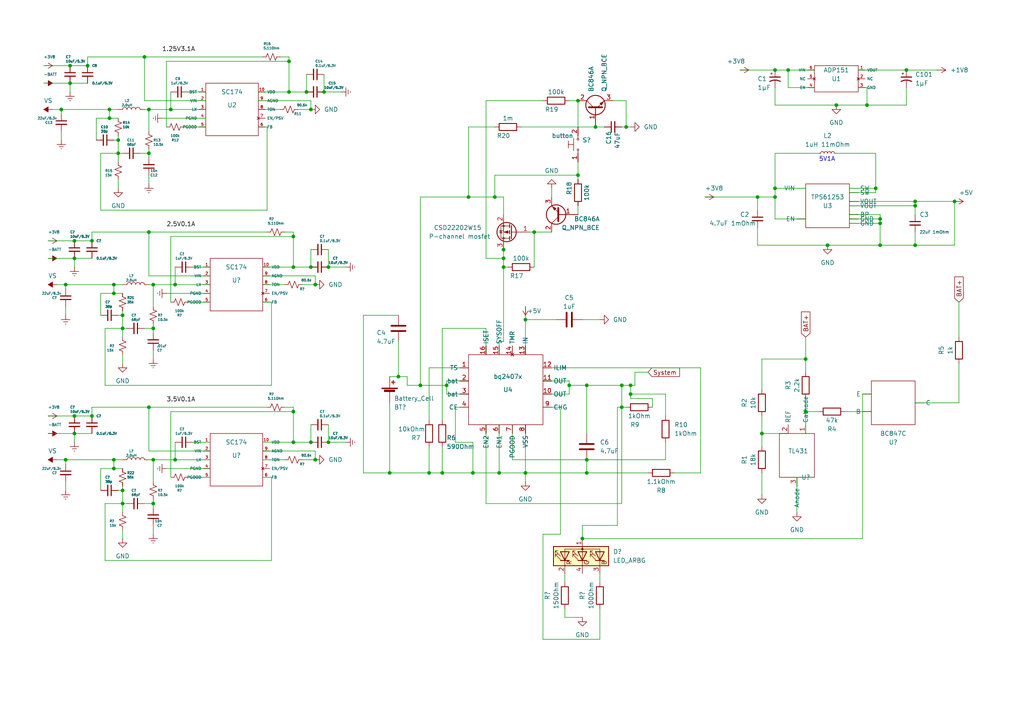
<source format=kicad_sch>
(kicad_sch (version 20211123) (generator eeschema)
  (paper "A4")
  (junction (at 115.57 109.22))
  (junction (at 50.8 133.35))
  (junction (at 265.43 59.69))
  (junction (at 265.43 71.12))
  (junction (at 43.18 31.75))
  (junction (at 170.18 133.35))
  (junction (at 167.64 50.8))
  (junction (at 255.27 71.12))
  (junction (at 85.09 119.38))
  (junction (at 20.32 24.13))
  (junction (at 49.53 31.75))
  (junction (at 181.61 36.83))
  (junction (at 165.1 111.76))
  (junction (at 129.54 111.76))
  (junction (at 33.02 85.09))
  (junction (at 26.67 69.85))
  (junction (at 91.44 133.35))
  (junction (at 85.09 128.27))
  (junction (at 34.29 40.64))
  (junction (at 21.59 74.93))
  (junction (at 242.57 30.48))
  (junction (at 88.9 26.67))
  (junction (at 85.09 77.47))
  (junction (at 170.18 137.16))
  (junction (at 240.03 71.12))
  (junction (at 152.4 92.71))
  (junction (at 233.68 119.38))
  (junction (at 90.17 128.27))
  (junction (at 41.91 16.51))
  (junction (at 90.17 31.75))
  (junction (at 135.89 57.15))
  (junction (at 21.59 69.85))
  (junction (at 172.72 36.83))
  (junction (at 182.88 111.76))
  (junction (at 146.05 74.93))
  (junction (at 224.79 57.15))
  (junction (at 124.46 137.16))
  (junction (at 44.45 82.55))
  (junction (at 113.03 137.16))
  (junction (at 19.05 133.35))
  (junction (at 168.91 156.21))
  (junction (at 83.82 17.78))
  (junction (at 33.02 135.89))
  (junction (at 254 54.61))
  (junction (at 17.78 31.75))
  (junction (at 146.05 72.39))
  (junction (at 224.79 54.61))
  (junction (at 35.56 142.24))
  (junction (at 44.45 133.35))
  (junction (at 121.92 111.76))
  (junction (at 31.75 31.75))
  (junction (at 35.56 95.25))
  (junction (at 35.56 146.05))
  (junction (at 43.18 44.45))
  (junction (at 90.17 77.47))
  (junction (at 95.25 77.47))
  (junction (at 21.59 120.65))
  (junction (at 219.71 57.15))
  (junction (at 255.27 64.77))
  (junction (at 35.56 91.44))
  (junction (at 33.02 133.35))
  (junction (at 180.34 118.11))
  (junction (at 20.32 19.05))
  (junction (at 25.4 19.05))
  (junction (at 21.59 125.73))
  (junction (at 228.6 20.32))
  (junction (at 95.25 128.27))
  (junction (at 128.27 137.16))
  (junction (at 144.78 137.16))
  (junction (at 50.8 82.55))
  (junction (at 255.27 63.5))
  (junction (at 152.4 137.16))
  (junction (at 265.43 58.42))
  (junction (at 224.79 20.32))
  (junction (at 154.94 67.31))
  (junction (at 44.45 95.25))
  (junction (at 143.51 57.15))
  (junction (at 220.98 125.73))
  (junction (at 167.64 29.21))
  (junction (at 91.44 82.55))
  (junction (at 33.02 82.55))
  (junction (at 44.45 146.05))
  (junction (at 83.82 26.67))
  (junction (at 43.18 67.31))
  (junction (at 262.89 20.32))
  (junction (at 251.46 30.48))
  (junction (at 170.18 111.76))
  (junction (at 276.86 58.42))
  (junction (at 93.98 26.67))
  (junction (at 31.75 34.29))
  (junction (at 233.68 104.14))
  (junction (at 19.05 82.55))
  (junction (at 34.29 44.45))
  (junction (at 26.67 120.65))
  (junction (at 182.88 114.3))
  (junction (at 43.18 118.11))
  (junction (at 146.05 77.47))
  (junction (at 180.34 111.76))
  (junction (at 137.16 137.16))
  (junction (at 85.09 68.58))
  (wire (pts (xy 35.56 146.05) (xy 35.56 148.59)))
  (wire (pts (xy 44.45 82.55) (xy 44.45 88.9)))
  (wire (pts (xy 76.2 77.47) (xy 85.09 77.47)))
  (wire (pts (xy 152.4 88.9) (xy 152.4 92.71)))
  (wire (pts (xy 228.6 20.32) (xy 236.22 20.32)))
  (wire (pts (xy 170.18 133.35) (xy 193.04 133.35)))
  (wire (pts (xy 17.78 31.75) (xy 31.75 31.75)))
  (wire (pts (xy 157.48 110.49) (xy 165.1 110.49)))
  (wire (pts (xy 165.1 114.3) (xy 157.48 114.3)))
  (wire (pts (xy 20.32 24.13) (xy 20.32 26.67)))
  (wire (pts (xy 121.92 57.15) (xy 135.89 57.15)))
  (wire (pts (xy 76.2 130.81) (xy 91.44 130.81)))
  (wire (pts (xy 165.1 111.76) (xy 170.18 111.76)))
  (wire (pts (xy 152.4 139.7) (xy 152.4 137.16)))
  (wire (pts (xy 60.96 80.01) (xy 43.18 80.01)))
  (wire (pts (xy 34.29 52.07) (xy 34.29 54.61)))
  (wire (pts (xy 220.98 137.16) (xy 220.98 143.51)))
  (wire (pts (xy 162.56 118.11) (xy 162.56 154.94)))
  (wire (pts (xy 50.8 133.35) (xy 60.96 133.35)))
  (wire (pts (xy 43.18 118.11) (xy 77.47 118.11)))
  (wire (pts (xy 50.8 77.47) (xy 50.8 82.55)))
  (wire (pts (xy 168.91 92.71) (xy 173.99 92.71)))
  (wire (pts (xy 87.63 82.55) (xy 91.44 82.55)))
  (wire (pts (xy 21.59 69.85) (xy 26.67 69.85)))
  (wire (pts (xy 157.48 154.94) (xy 157.48 185.42)))
  (wire (pts (xy 82.55 118.11) (xy 85.09 118.11)))
  (wire (pts (xy 129.54 110.49) (xy 129.54 111.76)))
  (wire (pts (xy 35.56 140.97) (xy 35.56 142.24)))
  (wire (pts (xy 43.18 43.18) (xy 43.18 44.45)))
  (wire (pts (xy 152.4 123.19) (xy 152.4 137.16)))
  (wire (pts (xy 40.64 44.45) (xy 43.18 44.45)))
  (wire (pts (xy 193.04 133.35) (xy 193.04 128.27)))
  (wire (pts (xy 128.27 137.16) (xy 137.16 137.16)))
  (wire (pts (xy 21.59 125.73) (xy 26.67 125.73)))
  (wire (pts (xy 76.2 138.43) (xy 78.74 138.43)))
  (wire (pts (xy 181.61 36.83) (xy 182.88 36.83)))
  (wire (pts (xy 44.45 133.35) (xy 44.45 139.7)))
  (wire (pts (xy 224.79 54.61) (xy 224.79 57.15)))
  (wire (pts (xy 154.94 67.31) (xy 160.02 67.31)))
  (wire (pts (xy 93.98 26.67) (xy 99.06 26.67)))
  (wire (pts (xy 144.78 123.19) (xy 144.78 137.16)))
  (wire (pts (xy 228.6 25.4) (xy 228.6 20.32)))
  (wire (pts (xy 132.08 128.27) (xy 137.16 128.27)))
  (wire (pts (xy 265.43 59.69) (xy 265.43 62.23)))
  (wire (pts (xy 74.93 26.67) (xy 83.82 26.67)))
  (wire (pts (xy 163.83 166.37) (xy 163.83 168.91)))
  (wire (pts (xy 157.48 29.21) (xy 140.97 29.21)))
  (wire (pts (xy 34.29 39.37) (xy 34.29 40.64)))
  (wire (pts (xy 19.05 133.35) (xy 33.02 133.35)))
  (wire (pts (xy 41.91 95.25) (xy 44.45 95.25)))
  (wire (pts (xy 25.4 16.51) (xy 41.91 16.51)))
  (wire (pts (xy 88.9 21.59) (xy 88.9 26.67)))
  (wire (pts (xy 236.22 25.4) (xy 228.6 25.4)))
  (wire (pts (xy 157.48 106.68) (xy 203.2 106.68)))
  (wire (pts (xy 146.05 72.39) (xy 146.05 63.5)))
  (wire (pts (xy 54.61 87.63) (xy 60.96 87.63)))
  (wire (pts (xy 85.09 68.58) (xy 85.09 77.47)))
  (wire (pts (xy 224.79 44.45) (xy 224.79 54.61)))
  (wire (pts (xy 233.68 97.79) (xy 233.68 104.14)))
  (wire (pts (xy 248.92 25.4) (xy 251.46 25.4)))
  (wire (pts (xy 26.67 67.31) (xy 43.18 67.31)))
  (wire (pts (xy 265.43 58.42) (xy 265.43 59.69)))
  (wire (pts (xy 137.16 128.27) (xy 137.16 137.16)))
  (wire (pts (xy 262.89 20.32) (xy 271.78 20.32)))
  (wire (pts (xy 13.97 125.73) (xy 21.59 125.73)))
  (wire (pts (xy 27.94 40.64) (xy 27.94 34.29)))
  (wire (pts (xy 85.09 119.38) (xy 85.09 128.27)))
  (wire (pts (xy 135.89 36.83) (xy 135.89 57.15)))
  (wire (pts (xy 17.78 31.75) (xy 17.78 33.02)))
  (wire (pts (xy 146.05 77.47) (xy 147.32 77.47)))
  (wire (pts (xy 17.78 38.1) (xy 17.78 40.64)))
  (wire (pts (xy 180.34 111.76) (xy 180.34 118.11)))
  (wire (pts (xy 152.4 137.16) (xy 170.18 137.16)))
  (wire (pts (xy 219.71 60.96) (xy 219.71 57.15)))
  (wire (pts (xy 180.34 111.76) (xy 182.88 111.76)))
  (wire (pts (xy 184.15 107.95) (xy 187.96 107.95)))
  (wire (pts (xy 35.56 95.25) (xy 35.56 97.79)))
  (wire (pts (xy 35.56 153.67) (xy 35.56 156.21)))
  (wire (pts (xy 12.7 19.05) (xy 20.32 19.05)))
  (wire (pts (xy 245.11 119.38) (xy 252.73 119.38)))
  (wire (pts (xy 93.98 21.59) (xy 93.98 26.67)))
  (wire (pts (xy 49.53 31.75) (xy 59.69 31.75)))
  (wire (pts (xy 167.64 50.8) (xy 143.51 50.8)))
  (wire (pts (xy 49.53 68.58) (xy 85.09 68.58)))
  (wire (pts (xy 124.46 106.68) (xy 124.46 121.92)))
  (wire (pts (xy 129.54 111.76) (xy 129.54 114.3)))
  (wire (pts (xy 26.67 69.85) (xy 26.67 67.31)))
  (wire (pts (xy 77.47 60.96) (xy 29.21 60.96)))
  (wire (pts (xy 43.18 130.81) (xy 43.18 118.11)))
  (wire (pts (xy 124.46 137.16) (xy 128.27 137.16)))
  (wire (pts (xy 242.57 30.48) (xy 251.46 30.48)))
  (wire (pts (xy 146.05 77.47) (xy 146.05 99.06)))
  (wire (pts (xy 165.1 29.21) (xy 167.64 29.21)))
  (wire (pts (xy 49.53 119.38) (xy 85.09 119.38)))
  (wire (pts (xy 35.56 91.44) (xy 34.29 91.44)))
  (wire (pts (xy 146.05 62.23) (xy 146.05 57.15)))
  (wire (pts (xy 25.4 19.05) (xy 25.4 16.51)))
  (wire (pts (xy 140.97 146.05) (xy 180.34 146.05)))
  (wire (pts (xy 13.97 69.85) (xy 21.59 69.85)))
  (wire (pts (xy 13.97 120.65) (xy 21.59 120.65)))
  (wire (pts (xy 77.47 36.83) (xy 77.47 60.96)))
  (wire (pts (xy 246.38 58.42) (xy 265.43 58.42)))
  (wire (pts (xy 167.64 50.8) (xy 167.64 46.99)))
  (wire (pts (xy 85.09 77.47) (xy 90.17 77.47)))
  (wire (pts (xy 231.14 138.43) (xy 231.14 148.59)))
  (wire (pts (xy 255.27 63.5) (xy 255.27 64.77)))
  (wire (pts (xy 179.07 118.11) (xy 179.07 152.4)))
  (wire (pts (xy 44.45 95.25) (xy 44.45 96.52)))
  (wire (pts (xy 224.79 63.5) (xy 233.68 63.5)))
  (wire (pts (xy 44.45 146.05) (xy 44.45 147.32)))
  (wire (pts (xy 157.48 118.11) (xy 162.56 118.11)))
  (wire (pts (xy 48.26 17.78) (xy 83.82 17.78)))
  (wire (pts (xy 233.68 104.14) (xy 233.68 107.95)))
  (wire (pts (xy 44.45 133.35) (xy 50.8 133.35)))
  (wire (pts (xy 35.56 44.45) (xy 34.29 44.45)))
  (wire (pts (xy 276.86 71.12) (xy 265.43 71.12)))
  (wire (pts (xy 48.26 135.89) (xy 60.96 135.89)))
  (wire (pts (xy 182.88 115.57) (xy 182.88 114.3)))
  (wire (pts (xy 20.32 19.05) (xy 25.4 19.05)))
  (wire (pts (xy 20.32 24.13) (xy 25.4 24.13)))
  (wire (pts (xy 165.1 110.49) (xy 165.1 111.76)))
  (wire (pts (xy 78.74 111.76) (xy 30.48 111.76)))
  (wire (pts (xy 181.61 29.21) (xy 181.61 36.83)))
  (wire (pts (xy 140.97 95.25) (xy 128.27 95.25)))
  (wire (pts (xy 33.02 82.55) (xy 33.02 85.09)))
  (wire (pts (xy 31.75 34.29) (xy 34.29 34.29)))
  (wire (pts (xy 152.4 92.71) (xy 152.4 102.87)))
  (wire (pts (xy 29.21 60.96) (xy 29.21 44.45)))
  (wire (pts (xy 233.68 54.61) (xy 224.79 54.61)))
  (wire (pts (xy 181.61 118.11) (xy 180.34 118.11)))
  (wire (pts (xy 246.38 59.69) (xy 265.43 59.69)))
  (wire (pts (xy 184.15 111.76) (xy 184.15 107.95)))
  (wire (pts (xy 233.68 119.38) (xy 233.68 125.73)))
  (wire (pts (xy 19.05 139.7) (xy 19.05 142.24)))
  (wire (pts (xy 124.46 106.68) (xy 135.89 106.68)))
  (wire (pts (xy 87.63 133.35) (xy 91.44 133.35)))
  (wire (pts (xy 143.51 50.8) (xy 143.51 57.15)))
  (wire (pts (xy 44.45 93.98) (xy 44.45 95.25)))
  (wire (pts (xy 105.41 137.16) (xy 113.03 137.16)))
  (wire (pts (xy 49.53 26.67) (xy 49.53 31.75)))
  (wire (pts (xy 44.45 82.55) (xy 50.8 82.55)))
  (wire (pts (xy 246.38 55.88) (xy 254 55.88)))
  (wire (pts (xy 220.98 104.14) (xy 233.68 104.14)))
  (wire (pts (xy 43.18 80.01) (xy 43.18 67.31)))
  (wire (pts (xy 49.53 87.63) (xy 49.53 68.58)))
  (wire (pts (xy 33.02 135.89) (xy 35.56 135.89)))
  (wire (pts (xy 265.43 67.31) (xy 265.43 71.12)))
  (wire (pts (xy 140.97 102.87) (xy 140.97 95.25)))
  (wire (pts (xy 179.07 118.11) (xy 180.34 118.11)))
  (wire (pts (xy 19.05 82.55) (xy 33.02 82.55)))
  (wire (pts (xy 115.57 99.06) (xy 115.57 109.22)))
  (wire (pts (xy 170.18 133.35) (xy 170.18 137.16)))
  (wire (pts (xy 12.7 24.13) (xy 20.32 24.13)))
  (wire (pts (xy 276.86 58.42) (xy 276.86 71.12)))
  (wire (pts (xy 189.23 115.57) (xy 182.88 115.57)))
  (wire (pts (xy 137.16 137.16) (xy 144.78 137.16)))
  (wire (pts (xy 19.05 133.35) (xy 19.05 134.62)))
  (wire (pts (xy 219.71 66.04) (xy 219.71 71.12)))
  (wire (pts (xy 16.51 133.35) (xy 19.05 133.35)))
  (wire (pts (xy 148.59 133.35) (xy 170.18 133.35)))
  (wire (pts (xy 16.51 82.55) (xy 19.05 82.55)))
  (wire (pts (xy 146.05 74.93) (xy 146.05 72.39)))
  (wire (pts (xy 59.69 29.21) (xy 41.91 29.21)))
  (wire (pts (xy 29.21 85.09) (xy 33.02 85.09)))
  (wire (pts (xy 49.53 138.43) (xy 49.53 119.38)))
  (wire (pts (xy 135.89 110.49) (xy 129.54 110.49)))
  (wire (pts (xy 29.21 44.45) (xy 34.29 44.45)))
  (wire (pts (xy 182.88 114.3) (xy 182.88 111.76)))
  (wire (pts (xy 83.82 17.78) (xy 83.82 26.67)))
  (wire (pts (xy 43.18 31.75) (xy 41.91 31.75)))
  (wire (pts (xy 95.25 72.39) (xy 95.25 77.47)))
  (wire (pts (xy 30.48 111.76) (xy 30.48 95.25)))
  (wire (pts (xy 44.45 133.35) (xy 43.18 133.35)))
  (wire (pts (xy 115.57 109.22) (xy 113.03 109.22)))
  (wire (pts (xy 167.64 29.21) (xy 167.64 36.83)))
  (wire (pts (xy 83.82 16.51) (xy 83.82 17.78)))
  (wire (pts (xy 48.26 36.83) (xy 48.26 17.78)))
  (wire (pts (xy 21.59 74.93) (xy 26.67 74.93)))
  (wire (pts (xy 121.92 57.15) (xy 121.92 111.76)))
  (wire (pts (xy 19.05 82.55) (xy 19.05 83.82)))
  (wire (pts (xy 265.43 58.42) (xy 276.86 58.42)))
  (wire (pts (xy 43.18 44.45) (xy 43.18 45.72)))
  (wire (pts (xy 246.38 63.5) (xy 255.27 63.5)))
  (wire (pts (xy 203.2 106.68) (xy 203.2 137.16)))
  (wire (pts (xy 29.21 91.44) (xy 29.21 85.09)))
  (wire (pts (xy 255.27 62.23) (xy 255.27 63.5)))
  (wire (pts (xy 180.34 118.11) (xy 180.34 146.05)))
  (wire (pts (xy 254 54.61) (xy 254 44.45)))
  (wire (pts (xy 167.64 62.23) (xy 167.64 59.69)))
  (wire (pts (xy 168.91 152.4) (xy 168.91 156.21)))
  (wire (pts (xy 255.27 64.77) (xy 255.27 71.12)))
  (wire (pts (xy 55.88 128.27) (xy 60.96 128.27)))
  (wire (pts (xy 233.68 115.57) (xy 233.68 119.38)))
  (wire (pts (xy 152.4 92.71) (xy 161.29 92.71)))
  (wire (pts (xy 35.56 102.87) (xy 35.56 105.41)))
  (wire (pts (xy 148.59 123.19) (xy 148.59 133.35)))
  (wire (pts (xy 44.45 152.4) (xy 44.45 154.94)))
  (wire (pts (xy 85.09 118.11) (xy 85.09 119.38)))
  (wire (pts (xy 105.41 91.44) (xy 105.41 137.16)))
  (wire (pts (xy 118.11 109.22) (xy 115.57 109.22)))
  (wire (pts (xy 29.21 135.89) (xy 33.02 135.89)))
  (wire (pts (xy 115.57 91.44) (xy 105.41 91.44)))
  (wire (pts (xy 254 44.45) (xy 242.57 44.45)))
  (wire (pts (xy 220.98 120.65) (xy 220.98 125.73)))
  (wire (pts (xy 140.97 29.21) (xy 140.97 74.93)))
  (wire (pts (xy 31.75 31.75) (xy 34.29 31.75)))
  (wire (pts (xy 193.04 120.65) (xy 193.04 114.3)))
  (wire (pts (xy 129.54 114.3) (xy 135.89 114.3)))
  (wire (pts (xy 43.18 31.75) (xy 43.18 38.1)))
  (wire (pts (xy 36.83 95.25) (xy 35.56 95.25)))
  (wire (pts (xy 182.88 111.76) (xy 184.15 111.76)))
  (wire (pts (xy 140.97 74.93) (xy 146.05 74.93)))
  (wire (pts (xy 113.03 137.16) (xy 124.46 137.16)))
  (wire (pts (xy 157.48 185.42) (xy 173.99 185.42)))
  (wire (pts (xy 251.46 30.48) (xy 262.89 30.48)))
  (wire (pts (xy 278.13 87.63) (xy 278.13 97.79)))
  (wire (pts (xy 15.24 31.75) (xy 17.78 31.75)))
  (wire (pts (xy 50.8 128.27) (xy 50.8 133.35)))
  (wire (pts (xy 254 55.88) (xy 254 54.61)))
  (wire (pts (xy 91.44 130.81) (xy 91.44 133.35)))
  (wire (pts (xy 44.45 144.78) (xy 44.45 146.05)))
  (wire (pts (xy 33.02 85.09) (xy 35.56 85.09)))
  (wire (pts (xy 95.25 123.19) (xy 95.25 128.27)))
  (wire (pts (xy 118.11 111.76) (xy 118.11 109.22)))
  (wire (pts (xy 83.82 26.67) (xy 88.9 26.67)))
  (wire (pts (xy 187.96 137.16) (xy 170.18 137.16)))
  (wire (pts (xy 118.11 111.76) (xy 121.92 111.76)))
  (wire (pts (xy 44.45 101.6) (xy 44.45 104.14)))
  (wire (pts (xy 128.27 129.54) (xy 128.27 137.16)))
  (wire (pts (xy 74.93 31.75) (xy 81.28 31.75)))
  (wire (pts (xy 180.34 36.83) (xy 181.61 36.83)))
  (wire (pts (xy 124.46 129.54) (xy 124.46 137.16)))
  (wire (pts (xy 220.98 125.73) (xy 228.6 125.73)))
  (wire (pts (xy 248.92 20.32) (xy 262.89 20.32)))
  (wire (pts (xy 85.09 67.31) (xy 85.09 68.58)))
  (wire (pts (xy 27.94 34.29) (xy 31.75 34.29)))
  (wire (pts (xy 46.99 34.29) (xy 59.69 34.29)))
  (wire (pts (xy 34.29 40.64) (xy 33.02 40.64)))
  (wire (pts (xy 262.89 25.4) (xy 262.89 30.48)))
  (wire (pts (xy 76.2 80.01) (xy 91.44 80.01)))
  (wire (pts (xy 113.03 116.84) (xy 113.03 137.16)))
  (wire (pts (xy 144.78 99.06) (xy 144.78 102.87)))
  (wire (pts (xy 30.48 162.56) (xy 30.48 146.05)))
  (wire (pts (xy 90.17 123.19) (xy 90.17 128.27)))
  (wire (pts (xy 151.13 36.83) (xy 172.72 36.83)))
  (wire (pts (xy 246.38 64.77) (xy 255.27 64.77)))
  (wire (pts (xy 203.2 137.16) (xy 195.58 137.16)))
  (wire (pts (xy 146.05 77.47) (xy 146.05 74.93)))
  (wire (pts (xy 90.17 29.21) (xy 90.17 31.75)))
  (wire (pts (xy 132.08 118.11) (xy 132.08 128.27)))
  (wire (pts (xy 54.61 138.43) (xy 60.96 138.43)))
  (wire (pts (xy 35.56 142.24) (xy 34.29 142.24)))
  (wire (pts (xy 224.79 20.32) (xy 228.6 20.32)))
  (wire (pts (xy 237.49 44.45) (xy 224.79 44.45)))
  (wire (pts (xy 13.97 74.93) (xy 21.59 74.93)))
  (wire (pts (xy 250.19 156.21) (xy 168.91 156.21)))
  (wire (pts (xy 153.67 67.31) (xy 154.94 67.31)))
  (wire (pts (xy 224.79 25.4) (xy 224.79 30.48)))
  (wire (pts (xy 48.26 85.09) (xy 60.96 85.09)))
  (wire (pts (xy 179.07 152.4) (xy 168.91 152.4)))
  (wire (pts (xy 35.56 91.44) (xy 35.56 95.25)))
  (wire (pts (xy 170.18 111.76) (xy 180.34 111.76)))
  (wire (pts (xy 30.48 146.05) (xy 35.56 146.05)))
  (wire (pts (xy 43.18 50.8) (xy 43.18 53.34)))
  (wire (pts (xy 246.38 54.61) (xy 254 54.61)))
  (wire (pts (xy 54.61 26.67) (xy 59.69 26.67)))
  (wire (pts (xy 163.83 176.53) (xy 163.83 179.07)))
  (wire (pts (xy 135.89 118.11) (xy 132.08 118.11)))
  (wire (pts (xy 34.29 40.64) (xy 34.29 44.45)))
  (wire (pts (xy 251.46 25.4) (xy 251.46 30.48)))
  (wire (pts (xy 265.43 71.12) (xy 255.27 71.12)))
  (wire (pts (xy 35.56 90.17) (xy 35.56 91.44)))
  (wire (pts (xy 74.93 29.21) (xy 90.17 29.21)))
  (wire (pts (xy 85.09 128.27) (xy 90.17 128.27)))
  (wire (pts (xy 26.67 120.65) (xy 26.67 118.11)))
  (wire (pts (xy 43.18 67.31) (xy 77.47 67.31)))
  (wire (pts (xy 252.73 114.3) (xy 250.19 114.3)))
  (wire (pts (xy 265.43 116.84) (xy 278.13 116.84)))
  (wire (pts (xy 41.91 146.05) (xy 44.45 146.05)))
  (wire (pts (xy 219.71 57.15) (xy 224.79 57.15)))
  (wire (pts (xy 95.25 77.47) (xy 100.33 77.47)))
  (wire (pts (xy 53.34 36.83) (xy 59.69 36.83)))
  (wire (pts (xy 128.27 95.25) (xy 128.27 121.92)))
  (wire (pts (xy 143.51 36.83) (xy 135.89 36.83)))
  (wire (pts (xy 220.98 125.73) (xy 220.98 129.54)))
  (wire (pts (xy 167.64 52.07) (xy 167.64 50.8)))
  (wire (pts (xy 193.04 114.3) (xy 182.88 114.3)))
  (wire (pts (xy 250.19 114.3) (xy 250.19 156.21)))
  (wire (pts (xy 214.63 20.32) (xy 224.79 20.32)))
  (wire (pts (xy 173.99 185.42) (xy 173.99 176.53)))
  (wire (pts (xy 74.93 36.83) (xy 77.47 36.83)))
  (wire (pts (xy 41.91 16.51) (xy 76.2 16.51)))
  (wire (pts (xy 143.51 57.15) (xy 146.05 57.15)))
  (wire (pts (xy 165.1 111.76) (xy 165.1 114.3)))
  (wire (pts (xy 21.59 74.93) (xy 21.59 77.47)))
  (wire (pts (xy 76.2 82.55) (xy 82.55 82.55)))
  (wire (pts (xy 278.13 116.84) (xy 278.13 105.41)))
  (wire (pts (xy 177.8 29.21) (xy 181.61 29.21)))
  (wire (pts (xy 91.44 80.01) (xy 91.44 82.55)))
  (wire (pts (xy 246.38 62.23) (xy 255.27 62.23)))
  (wire (pts (xy 121.92 111.76) (xy 129.54 111.76)))
  (wire (pts (xy 224.79 30.48) (xy 242.57 30.48)))
  (wire (pts (xy 78.74 87.63) (xy 78.74 111.76)))
  (wire (pts (xy 162.56 154.94) (xy 157.48 154.94)))
  (wire (pts (xy 30.48 95.25) (xy 35.56 95.25)))
  (wire (pts (xy 189.23 118.11) (xy 189.23 115.57)))
  (wire (pts (xy 204.47 57.15) (xy 219.71 57.15)))
  (wire (pts (xy 33.02 133.35) (xy 33.02 135.89)))
  (wire (pts (xy 60.96 130.81) (xy 43.18 130.81)))
  (wire (pts (xy 36.83 146.05) (xy 35.56 146.05)))
  (wire (pts (xy 33.02 82.55) (xy 35.56 82.55)))
  (wire (pts (xy 81.28 16.51) (xy 83.82 16.51)))
  (wire (pts (xy 43.18 31.75) (xy 49.53 31.75)))
  (wire (pts (xy 154.94 77.47) (xy 154.94 67.31)))
  (wire (pts (xy 144.78 137.16) (xy 152.4 137.16)))
  (wire (pts (xy 173.99 166.37) (xy 173.99 168.91)))
  (wire (pts (xy 50.8 82.55) (xy 60.96 82.55)))
  (wire (pts (xy 86.36 31.75) (xy 90.17 31.75)))
  (wire (pts (xy 219.71 71.12) (xy 240.03 71.12)))
  (wire (pts (xy 55.88 77.47) (xy 60.96 77.47)))
  (wire (pts (xy 135.89 57.15) (xy 143.51 57.15)))
  (wire (pts (xy 19.05 88.9) (xy 19.05 91.44)))
  (wire (pts (xy 95.25 128.27) (xy 100.33 128.27)))
  (wire (pts (xy 31.75 31.75) (xy 31.75 34.29)))
  (wire (pts (xy 76.2 133.35) (xy 82.55 133.35)))
  (wire (pts (xy 160.02 54.61) (xy 160.02 57.15)))
  (wire (pts (xy 76.2 87.63) (xy 78.74 87.63)))
  (wire (pts (xy 170.18 111.76) (xy 170.18 125.73)))
  (wire (pts (xy 33.02 133.35) (xy 35.56 133.35)))
  (wire (pts (xy 255.27 71.12) (xy 240.03 71.12)))
  (wire (pts (xy 35.56 142.24) (xy 35.56 146.05)))
  (wire (pts (xy 146.05 99.06) (xy 144.78 99.06)))
  (wire (pts (xy 233.68 119.38) (xy 237.49 119.38)))
  (wire (pts (xy 78.74 138.43) (xy 78.74 162.56)))
  (wire (pts (xy 163.83 179.07) (xy 168.91 179.07)))
  (wire (pts (xy 224.79 57.15) (xy 224.79 63.5)))
  (wire (pts (xy 41.91 29.21) (xy 41.91 16.51)))
  (wire (pts (xy 90.17 72.39) (xy 90.17 77.47)))
  (wire (pts (xy 21.59 120.65) (xy 26.67 120.65)))
  (wire (pts (xy 220.98 113.03) (xy 220.98 104.14)))
  (wire (pts (xy 21.59 125.73) (xy 21.59 128.27)))
  (wire (pts (xy 78.74 162.56) (xy 30.48 162.56)))
  (wire (pts (xy 34.29 44.45) (xy 34.29 46.99)))
  (wire (pts (xy 29.21 142.24) (xy 29.21 135.89)))
  (wire (pts (xy 76.2 128.27) (xy 85.09 128.27)))
  (wire (pts (xy 44.45 82.55) (xy 43.18 82.55)))
  (wire (pts (xy 82.55 67.31) (xy 85.09 67.31)))
  (wire (pts (xy 26.67 118.11) (xy 43.18 118.11)))
  (wire (pts (xy 140.97 123.19) (xy 140.97 146.05)))
  (wire (pts (xy 172.72 36.83) (xy 175.26 36.83)))
  (text "5V1A\n" (at 237.49 46.99 0) (effects (font (size 1.27 1.27)) (justify left bottom)))
  (label "1.25V3.1A" (at 46.99 15.24 0))
  (label "2.5V0.1A" (at 48.26 66.04 0))
  (label "3.5V0.1A" (at 48.26 116.84 0))
  (global_label "BAT+" (shape input) (at 233.68 97.79 90) (property "Intersheet References" "${INTERSHEET_REFS}" (effects hide)))
  (global_label "System" (shape input) (at 187.96 107.95 0) (property "Intersheet References" "${INTERSHEET_REFS}" (effects hide)))
  (global_label "BAT+" (shape input) (at 278.13 87.63 90) (property "Intersheet References" "${INTERSHEET_REFS}" (effects hide)))
  (symbol (lib_id "ps2-pms:BC847C") (at 259.08 116.84 180) (unit 1)
    (property "Reference" "U?" (at 259.08 128.27 0))
    (property "Value" "BC847C" (at 259.08 125.73 0))
  )
  (symbol (lib_id "power:Earth") (at 17.78 40.64 0) (unit 1)
    (property "Reference" "#PWR?" (effects hide))
    (property "Value" "Earth" (effects hide))
  )
  (symbol (lib_id "power:Earth") (at 21.59 128.27 0) (unit 1)
    (property "Reference" "#PWR?" (effects hide))
    (property "Value" "Earth" (effects hide))
  )
  (symbol (lib_id "power:Earth") (at 46.99 34.29 270) (mirror x) (unit 1)
    (property "Reference" "#PWR?" (effects hide))
    (property "Value" "Earth" (effects hide))
  )
  (symbol (lib_id "power:GND") (at 90.17 31.75 90) (unit 1)
    (property "Reference" "#PWR?" (effects hide))
    (property "Value" "GND" (at 93.98 31.7499 90) (effects (justify right)))
  )
  (symbol (lib_id "Device:R") (at 278.13 101.6 180) (unit 1)
    (property "Reference" "R5" (at 273.05 101.6 90))
    (property "Value" "1k" (at 275.59 101.6 90))
  )
  (symbol (lib_id "power:Earth") (at 21.59 77.47 0) (unit 1)
    (property "Reference" "#PWR?" (effects hide))
    (property "Value" "Earth" (effects hide))
  )
  (symbol (lib_id "Device:C_Small") (at 19.05 137.16 0) (mirror y) (unit 1)
    (property "Reference" "C?" (at 16.51 137.16 0) (effects (font (size 0.7 0.7)) (justify left)))
    (property "Value" "22uF/6.3v" (at 17.78 135.89 0) (effects (font (size 0.7 0.7)) (justify left)))
  )
  (symbol (lib_id "Device:L_Small") (at 240.03 44.45 90) (unit 1)
    (property "Reference" "L2" (at 240.03 39.37 90))
    (property "Value" "1uH 11mOhm" (at 240.03 41.91 90))
  )
  (symbol (lib_id "Device:R") (at 163.83 172.72 180) (unit 1)
    (property "Reference" "R?" (at 158.75 172.72 90))
    (property "Value" "150Ohm" (at 161.29 172.72 90))
  )
  (symbol (lib_id "Device:R_Small_US") (at 35.56 100.33 0) (unit 1)
    (property "Reference" "R?" (at 31.75 100.33 0) (effects (font (size 0.7 0.7)) (justify left)))
    (property "Value" "15k" (at 33.02 101.6 0) (effects (font (size 0.7 0.7)) (justify right)))
  )
  (symbol (lib_id "power:GND") (at 35.56 105.41 0) (unit 1)
    (property "Reference" "#PWR?" (effects hide))
    (property "Value" "GND" (at 35.56 110.49 0))
  )
  (symbol (lib_id "Device:R_Small_US") (at 52.07 87.63 270) (unit 1)
    (property "Reference" "R?" (at 52.07 91.44 90) (effects (font (size 0.7 0.7))))
    (property "Value" "100k" (at 52.07 90.17 90) (effects (font (size 0.7 0.7))))
  )
  (symbol (lib_id "power:Earth") (at 19.05 91.44 0) (unit 1)
    (property "Reference" "#PWR?" (effects hide))
    (property "Value" "Earth" (effects hide))
  )
  (symbol (lib_id "power:Earth") (at 20.32 26.67 0) (unit 1)
    (property "Reference" "#PWR?" (effects hide))
    (property "Value" "Earth" (effects hide))
  )
  (symbol (lib_id "power:GND") (at 35.56 156.21 0) (unit 1)
    (property "Reference" "#PWR?" (effects hide))
    (property "Value" "GND" (at 35.56 161.29 0))
  )
  (symbol (lib_id "power:+5V") (at 152.4 88.9 180) (unit 1)
    (property "Reference" "#PWR?" (effects hide))
    (property "Value" "+5V" (at 154.94 90.17 0))
  )
  (symbol (lib_id "Device:R_Small_US") (at 35.56 151.13 0) (unit 1)
    (property "Reference" "R?" (at 31.75 151.13 0) (effects (font (size 0.7 0.7)) (justify left)))
    (property "Value" "15k" (at 31.75 152.4 0) (effects (font (size 0.7 0.7)) (justify left)))
  )
  (symbol (lib_name "SC174_1") (lib_id "ps2-pms:SC174") (at 67.31 31.75 0) (unit 1)
    (property "Reference" "U2" (at 67.31 30.48 0))
    (property "Value" "SC174" (at 67.31 26.67 0))
  )
  (symbol (lib_id "Device:C_Small") (at 44.45 99.06 180) (unit 1)
    (property "Reference" "C?" (at 46.99 101.6 0) (effects (font (size 0.7 0.7)) (justify left)))
    (property "Value" ".01uf" (at 48.26 100.33 0) (effects (font (size 0.7 0.7)) (justify left)))
  )
  (symbol (lib_id "Transistor_FET:AO3401A") (at 148.59 67.31 180) (unit 1)
    (property "Reference" "CSD22202W15" (at 139.7 66.04 0) (effects (justify left)))
    (property "Value" "P-channel mosfet" (at 142.24 68.5799 0) (effects (justify left)))
    (property "Footprint" "Package_TO_SOT_SMD:SOT-23" (effects hide))
    (property "Datasheet" "http://www.aosmd.com/pdfs/datasheet/AO3401A.pdf" (effects hide))
  )
  (symbol (lib_id "power:VS") (at 16.51 133.35 90) (unit 1)
    (property "Reference" "#PWR?" (effects hide))
    (property "Value" "VS" (at 16.51 130.81 90) (effects (justify left)))
  )
  (symbol (lib_id "power:Earth") (at 99.06 26.67 90) (unit 1)
    (property "Reference" "#PWR?" (effects hide))
    (property "Value" "Earth" (effects hide))
  )
  (symbol (lib_id "Device:C_Small") (at 26.67 123.19 0) (unit 1)
    (property "Reference" "C?" (at 27.94 120.65 0) (effects (font (size 0.7 0.7)) (justify left)))
    (property "Value" "0.1uF/6.3V" (at 27.94 125.73 0) (effects (font (size 0.7 0.7)) (justify left)))
  )
  (symbol (lib_id "Device:R") (at 193.04 124.46 0) (unit 1)
    (property "Reference" "R10" (at 195.58 123.1899 0) (effects (justify left)))
    (property "Value" "1kOhm" (at 195.58 125.7299 0) (effects (justify left)))
  )
  (symbol (lib_id "power:-BATT") (at 12.7 24.13 270) (unit 1)
    (property "Reference" "#PWR?" (effects hide))
    (property "Value" "-BATT" (at 12.7 21.59 90) (effects (font (size 0.8 0.8)) (justify left)))
  )
  (symbol (lib_id "power:Earth") (at 100.33 128.27 90) (unit 1)
    (property "Reference" "#PWR?" (effects hide))
    (property "Value" "Earth" (effects hide))
  )
  (symbol (lib_id "power:GND") (at 231.14 148.59 0) (unit 1)
    (property "Reference" "#PWR?" (effects hide))
    (property "Value" "GND" (at 231.14 153.67 0))
  )
  (symbol (lib_id "Device:R_Small_US") (at 85.09 82.55 270) (unit 1)
    (property "Reference" "R?" (at 87.63 83.82 90) (effects (font (size 0.7 0.7))))
    (property "Value" "80.6k" (at 88.9 81.28 90) (effects (font (size 0.7 0.7))))
  )
  (symbol (lib_id "power:Earth") (at 44.45 104.14 0) (unit 1)
    (property "Reference" "#PWR?" (effects hide))
    (property "Value" "Earth" (effects hide))
  )
  (symbol (lib_id "Device:C_Small") (at 39.37 146.05 270) (unit 1)
    (property "Reference" "C?" (at 38.1 142.24 90) (effects (font (size 0.7 0.7)) (justify left)))
    (property "Value" "68pF" (at 38.1 143.51 90) (effects (font (size 0.7 0.7)) (justify left)))
  )
  (symbol (lib_id "power:GND") (at 34.29 54.61 0) (unit 1)
    (property "Reference" "#PWR?" (effects hide))
    (property "Value" "GND" (at 34.29 59.69 0))
  )
  (symbol (lib_id "Device:C_Small") (at 265.43 64.77 0) (unit 1)
    (property "Reference" "C3" (at 266.7 62.23 0) (effects (justify left)))
    (property "Value" "22uF 1mOhm" (at 266.7 67.31 0) (effects (font (size 0.85 0.85)) (justify left)))
  )
  (symbol (lib_id "Device:C_Small") (at 26.67 72.39 0) (unit 1)
    (property "Reference" "C?" (at 27.94 69.85 0) (effects (font (size 0.7 0.7)) (justify left)))
    (property "Value" "0.1uF/6.3V" (at 27.94 74.93 0) (effects (font (size 0.7 0.7)) (justify left)))
  )
  (symbol (lib_id "Device:R_Small_US") (at 43.18 40.64 0) (unit 1)
    (property "Reference" "R13" (at 44.45 40.64 0) (effects (font (size 0.7 0.7)) (justify left)))
    (property "Value" "10.5k" (at 44.45 41.91 0) (effects (font (size 0.7 0.7)) (justify left)))
  )
  (symbol (lib_id "power:GND") (at 168.91 179.07 0) (unit 1)
    (property "Reference" "#PWR?" (effects hide))
    (property "Value" "GND" (at 168.91 184.15 0))
  )
  (symbol (lib_id "Device:L") (at 39.37 133.35 90) (unit 1)
    (property "Reference" "L?" (at 38.1 130.81 90) (effects (font (size 0.7 0.7))))
    (property "Value" "2.0uH" (at 38.1 132.08 90) (effects (font (size 0.7 0.7))))
  )
  (symbol (lib_id "Device:R") (at 161.29 29.21 90) (unit 1)
    (property "Reference" "R19" (at 160.02 31.75 90))
    (property "Value" "100k" (at 161.29 26.67 90))
  )
  (symbol (lib_id "power:+3V8") (at 214.63 20.32 270) (mirror x) (unit 1)
    (property "Reference" "#PWR?" (effects hide))
    (property "Value" "+3V8" (at 210.82 17.78 90) (effects (justify left)))
  )
  (symbol (lib_id "power:GND") (at 242.57 30.48 0) (unit 1)
    (property "Reference" "#PWR?" (effects hide))
    (property "Value" "GND" (at 242.57 35.56 0))
  )
  (symbol (lib_id "power:+3V8") (at 204.47 57.15 270) (mirror x) (unit 1)
    (property "Reference" "#PWR?" (effects hide))
    (property "Value" "+3V8" (at 204.47 54.61 90) (effects (justify left)))
  )
  (symbol (lib_id "Device:Q_NPN_BCE") (at 172.72 31.75 90) (unit 1)
    (property "Reference" "BC846A" (at 171.45 26.67 0) (effects (justify left)))
    (property "Value" "Q_NPN_BCE" (at 175.26 26.67 0) (effects (justify left)))
  )
  (symbol (lib_id "Device:C_Small") (at 53.34 77.47 270) (unit 1)
    (property "Reference" "C?" (at 52.07 73.66 90) (effects (font (size 0.7 0.7)) (justify left)))
    (property "Value" "1uF/6.3V" (at 50.8 74.93 90) (effects (font (size 0.7 0.7)) (justify left)))
  )
  (symbol (lib_id "power:+5V") (at 276.86 58.42 270) (unit 1)
    (property "Reference" "#PWR?" (effects hide))
    (property "Value" "+5V" (at 278.13 55.88 90) (effects (justify left)))
  )
  (symbol (lib_id "Device:R_Small_US") (at 83.82 31.75 270) (unit 1)
    (property "Reference" "R11" (at 86.36 33.02 90) (effects (font (size 0.7 0.7))))
    (property "Value" "80.6k" (at 87.63 30.48 90) (effects (font (size 0.7 0.7))))
  )
  (symbol (lib_id "Device:R") (at 173.99 172.72 180) (unit 1)
    (property "Reference" "R?" (at 168.91 172.72 90))
    (property "Value" "100Ohm" (at 171.45 172.72 90))
  )
  (symbol (lib_id "power:+3V8") (at 13.97 69.85 270) (unit 1)
    (property "Reference" "#PWR?" (effects hide))
    (property "Value" "+3V8" (at 13.97 67.31 90) (effects (font (size 0.8 0.8)) (justify left)))
  )
  (symbol (lib_id "power:Earth") (at 100.33 77.47 90) (unit 1)
    (property "Reference" "#PWR?" (effects hide))
    (property "Value" "Earth" (effects hide))
  )
  (symbol (lib_id "Device:L") (at 39.37 82.55 90) (unit 1)
    (property "Reference" "L?" (at 38.1 80.01 90) (effects (font (size 0.7 0.7))))
    (property "Value" "2.0uH" (at 38.1 81.28 90) (effects (font (size 0.7 0.7))))
  )
  (symbol (lib_id "Device:R") (at 147.32 36.83 90) (unit 1)
    (property "Reference" "R20" (at 146.05 39.37 90))
    (property "Value" "1m" (at 147.32 34.29 90))
  )
  (symbol (lib_id "Device:C_Small") (at 31.75 91.44 270) (unit 1)
    (property "Reference" "C?" (at 30.48 87.63 90) (effects (font (size 0.7 0.7)) (justify left)))
    (property "Value" "38p" (at 30.48 88.9 90) (effects (font (size 0.7 0.7)) (justify left)))
  )
  (symbol (lib_id "power:GND") (at 91.44 133.35 90) (unit 1)
    (property "Reference" "#PWR?" (effects hide))
    (property "Value" "GND" (at 95.25 133.3499 90) (effects (justify right)))
  )
  (symbol (lib_id "Device:Battery_Cell") (at 113.03 114.3 0) (unit 1)
    (property "Reference" "BT?" (at 114.3 118.11 0) (effects (justify left)))
    (property "Value" "Battery_Cell" (at 114.3 115.57 0) (effects (justify left)))
  )
  (symbol (lib_id "power:Earth") (at 48.26 85.09 270) (mirror x) (unit 1)
    (property "Reference" "#PWR?" (effects hide))
    (property "Value" "Earth" (effects hide))
  )
  (symbol (lib_id "Device:R") (at 185.42 118.11 270) (unit 1)
    (property "Reference" "R9" (at 184.15 123.19 90))
    (property "Value" "1kOhm" (at 185.42 120.65 90))
  )
  (symbol (lib_id "Device:R") (at 167.64 55.88 0) (unit 1)
    (property "Reference" "R18" (at 165.1 54.61 90))
    (property "Value" "100k" (at 170.18 55.88 90))
  )
  (symbol (lib_id "power:-BATT") (at 13.97 125.73 270) (unit 1)
    (property "Reference" "#PWR?" (effects hide))
    (property "Value" "-BATT" (at 13.97 123.19 90) (effects (font (size 0.8 0.8)) (justify left)))
  )
  (symbol (lib_id "power:+1V8") (at 271.78 20.32 270) (unit 1)
    (property "Reference" "#PWR?" (effects hide))
    (property "Value" "+1V8" (at 275.59 20.3199 90) (effects (justify left)))
  )
  (symbol (lib_id "Device:R_Small_US") (at 52.07 138.43 270) (unit 1)
    (property "Reference" "R?" (at 52.07 142.24 90) (effects (font (size 0.7 0.7))))
    (property "Value" "100k" (at 52.07 140.97 90) (effects (font (size 0.7 0.7))))
  )
  (symbol (lib_id "Device:R") (at 220.98 133.35 180) (unit 1)
    (property "Reference" "R1" (at 215.9 133.35 90))
    (property "Value" "18k" (at 218.44 133.35 90))
  )
  (symbol (lib_id "power:GND") (at 240.03 71.12 0) (unit 1)
    (property "Reference" "#PWR?" (effects hide))
    (property "Value" "GND" (at 240.03 76.2 0))
  )
  (symbol (lib_id "power:Earth") (at 44.45 154.94 0) (unit 1)
    (property "Reference" "#PWR?" (effects hide))
    (property "Value" "Earth" (effects hide))
  )
  (symbol (lib_id "dk_Pushbutton-Switches:GPTS203211B") (at 167.64 41.91 90) (unit 1)
    (property "Reference" "S?" (at 168.91 40.6399 90) (effects (justify right)))
    (property "Value" "button" (at 160.02 39.37 90) (effects (justify right)))
    (property "Footprint" "digikey-footprints:PushButton_12x12mm_THT_GPTS203211B" (effects hide))
    (property "Datasheet" "http://switches-connectors-custom.cwind.com/Asset/GPTS203211BR2.pdf" (effects hide))
    (property "Digi-Key_PN" "CW181-ND" (effects hide))
    (property "MPN" "GPTS203211B" (effects hide))
    (property "Category" "Switches" (effects hide))
    (property "Family" "Pushbutton Switches" (effects hide))
    (property "DK_Datasheet_Link" "http://switches-connectors-custom.cwind.com/Asset/GPTS203211BR2.pdf" (effects hide))
    (property "DK_Detail_Page" "/product-detail/en/cw-industries/GPTS203211B/CW181-ND/3190590" (effects hide))
    (property "Description" "SWITCH PUSHBUTTON SPST 1A 30V" (effects hide))
    (property "Manufacturer" "CW Industries" (effects hide))
    (property "Status" "Active" (effects hide))
  )
  (symbol (lib_id "Device:R") (at 191.77 137.16 270) (unit 1)
    (property "Reference" "R8" (at 191.77 142.24 90))
    (property "Value" "1.1kOhm" (at 191.77 139.7 90))
  )
  (symbol (lib_id "Device:R_Small_US") (at 34.29 36.83 0) (unit 1)
    (property "Reference" "R14" (at 35.56 35.56 0) (effects (font (size 0.7 0.7)) (justify left)))
    (property "Value" "10k" (at 35.56 36.83 0) (effects (font (size 0.7 0.7)) (justify left)))
  )
  (symbol (lib_id "power:+3V8") (at 13.97 120.65 270) (unit 1)
    (property "Reference" "#PWR?" (effects hide))
    (property "Value" "+3V8" (at 13.97 118.11 90) (effects (font (size 0.8 0.8)) (justify left)))
  )
  (symbol (lib_id "Device:C_Small") (at 21.59 123.19 0) (unit 1)
    (property "Reference" "C?" (at 20.32 118.11 0) (effects (font (size 0.7 0.7)) (justify left)))
    (property "Value" "10uF/6.3V" (at 20.32 119.38 0) (effects (font (size 0.7 0.7)) (justify left)))
  )
  (symbol (lib_id "power:VS") (at 16.51 82.55 90) (unit 1)
    (property "Reference" "#PWR?" (effects hide))
    (property "Value" "VS" (at 16.51 80.01 90) (effects (justify left)))
  )
  (symbol (lib_id "Device:C_Small") (at 39.37 95.25 270) (unit 1)
    (property "Reference" "C?" (at 38.1 91.44 90) (effects (font (size 0.7 0.7)) (justify left)))
    (property "Value" "68pF" (at 38.1 92.71 90) (effects (font (size 0.7 0.7)) (justify left)))
  )
  (symbol (lib_name "SC174_3") (lib_id "ps2-pms:SC174") (at 68.58 82.55 0) (unit 1)
    (property "Reference" "U?" (at 68.58 81.28 0))
    (property "Value" "SC174" (at 68.58 77.47 0))
    (property "Footprint" "ps2-pms:SC174" (effects hide))
  )
  (symbol (lib_id "ps2-pms:ADP151") (at 242.57 21.59 0) (unit 1)
    (property "Reference" "U1" (at 242.57 22.86 0))
    (property "Value" "ADP151" (at 242.57 20.32 0))
  )
  (symbol (lib_id "Device:R_Small_US") (at 35.56 138.43 0) (unit 1)
    (property "Reference" "R22" (at 36.83 137.16 0) (effects (font (size 0.7 0.7)) (justify left)))
    (property "Value" "55k" (at 36.83 138.43 0) (effects (font (size 0.7 0.7)) (justify left)))
  )
  (symbol (lib_id "Device:C_Small") (at 92.71 128.27 270) (unit 1)
    (property "Reference" "C?" (at 96.52 125.73 90) (effects (font (size 0.7 0.7)) (justify left)))
    (property "Value" "10uF/6.3V" (at 95.25 127 90) (effects (font (size 0.7 0.7)) (justify left)))
  )
  (symbol (lib_id "Device:C_Small") (at 30.48 40.64 270) (unit 1)
    (property "Reference" "C10" (at 29.21 36.83 90) (effects (font (size 0.7 0.7)) (justify left)))
    (property "Value" "38p" (at 29.21 38.1 90) (effects (font (size 0.7 0.7)) (justify left)))
  )
  (symbol (lib_id "Device:LED_ARBG") (at 168.91 161.29 90) (unit 1)
    (property "Reference" "D?" (at 177.8 160.0199 90) (effects (justify right)))
    (property "Value" "LED_ARBG" (at 177.8 162.5599 90) (effects (justify right)))
  )
  (symbol (lib_id "Device:R_Small_US") (at 34.29 49.53 0) (unit 1)
    (property "Reference" "R15" (at 30.48 49.53 0) (effects (font (size 0.7 0.7)) (justify left)))
    (property "Value" "15k" (at 30.48 50.8 0) (effects (font (size 0.7 0.7)) (justify left)))
  )
  (symbol (lib_id "Device:C_Small") (at 219.71 63.5 0) (unit 1)
    (property "Reference" "C2" (at 214.63 62.23 0) (effects (justify left)))
    (property "Value" "4.7uF 1mOhm" (at 205.74 64.77 0) (effects (justify left)))
  )
  (symbol (lib_id "power:Earth") (at 48.26 135.89 270) (mirror x) (unit 1)
    (property "Reference" "#PWR?" (effects hide))
    (property "Value" "Earth" (effects hide))
  )
  (symbol (lib_id "Device:R") (at 241.3 119.38 270) (unit 1)
    (property "Reference" "R4" (at 241.3 124.46 90))
    (property "Value" "47k" (at 241.3 121.92 90))
  )
  (symbol (lib_id "Device:C") (at 170.18 129.54 0) (unit 1)
    (property "Reference" "C6" (at 173.99 128.2699 0) (effects (justify left)))
    (property "Value" "4.7uF" (at 173.99 130.8099 0) (effects (justify left)))
  )
  (symbol (lib_id "Device:R") (at 124.46 125.73 180) (unit 1)
    (property "Reference" "R7" (at 120.65 127 0))
    (property "Value" "10kOhm" (at 119.38 124.46 0))
  )
  (symbol (lib_id "Device:C_Small") (at 91.44 26.67 270) (unit 1)
    (property "Reference" "C15" (at 95.25 24.13 90) (effects (font (size 0.7 0.7)) (justify left)))
    (property "Value" "10uF/6.3V" (at 93.98 25.4 90) (effects (font (size 0.7 0.7)) (justify left)))
  )
  (symbol (lib_id "Device:C") (at 115.57 95.25 0) (unit 1)
    (property "Reference" "C4" (at 109.22 96.52 0) (effects (justify left)))
    (property "Value" "4.7uF" (at 109.22 99.06 0) (effects (justify left)))
  )
  (symbol (lib_id "Device:C_Small") (at 31.75 142.24 270) (unit 1)
    (property "Reference" "C?" (at 30.48 138.43 90) (effects (font (size 0.7 0.7)) (justify left)))
    (property "Value" "38p" (at 30.48 139.7 90) (effects (font (size 0.7 0.7)) (justify left)))
  )
  (symbol (lib_id "ps2-pms:TL431") (at 231.14 132.08 270) (unit 1)
    (property "Reference" "U?" (at 232.4101 138.43 90) (effects (justify left)))
    (property "Value" "TL431" (at 228.6 130.81 90) (effects (justify left)))
  )
  (symbol (lib_id "ps2-pms:bq2407x") (at 147.32 113.03 0) (unit 1)
    (property "Reference" "U4" (at 147.32 113.03 0))
    (property "Value" "bq2407x" (at 147.32 109.22 0))
  )
  (symbol (lib_id "power:Earth") (at 43.18 53.34 0) (unit 1)
    (property "Reference" "#PWR?" (effects hide))
    (property "Value" "Earth" (effects hide))
  )
  (symbol (lib_id "power:GND") (at 152.4 139.7 0) (unit 1)
    (property "Reference" "#PWR?" (effects hide))
    (property "Value" "GND" (at 152.4 144.78 0))
  )
  (symbol (lib_id "Device:C_Polarized_Small_US") (at 262.89 22.86 0) (unit 1)
    (property "Reference" "C101" (at 265.43 21.59 0) (effects (justify left)))
    (property "Value" "1µF" (at 265.43 24.13 0) (effects (justify left)))
  )
  (symbol (lib_id "Device:C_Small") (at 19.05 86.36 0) (mirror y) (unit 1)
    (property "Reference" "C?" (at 16.51 86.36 0) (effects (font (size 0.7 0.7)) (justify left)))
    (property "Value" "22uF/6.3v" (at 17.78 85.09 0) (effects (font (size 0.7 0.7)) (justify left)))
  )
  (symbol (lib_id "Device:C_Small") (at 52.07 26.67 270) (unit 1)
    (property "Reference" "C9" (at 50.8 22.86 90) (effects (font (size 0.7 0.7)) (justify left)))
    (property "Value" "1uF/6.3V" (at 49.53 24.13 90) (effects (font (size 0.7 0.7)) (justify left)))
  )
  (symbol (lib_id "Device:L") (at 38.1 31.75 90) (unit 1)
    (property "Reference" "L2" (at 36.83 29.21 90) (effects (font (size 0.7 0.7))))
    (property "Value" "2.0uH" (at 36.83 30.48 90) (effects (font (size 0.7 0.7))))
  )
  (symbol (lib_id "Device:C_Small") (at 91.44 21.59 270) (unit 1)
    (property "Reference" "C14" (at 91.44 17.78 90) (effects (font (size 0.7 0.7)) (justify left)))
    (property "Value" "0.1uF/6.3V" (at 91.44 19.05 90) (effects (font (size 0.7 0.7)) (justify left)))
  )
  (symbol (lib_id "Device:R_Small_US") (at 80.01 118.11 270) (unit 1)
    (property "Reference" "R?" (at 78.74 114.3 90) (effects (font (size 0.7 0.7))))
    (property "Value" "5.11Ohm" (at 80.01 115.57 90) (effects (font (size 0.7 0.7))))
  )
  (symbol (lib_id "Device:R_Small_US") (at 85.09 133.35 270) (unit 1)
    (property "Reference" "R?" (at 87.63 134.62 90) (effects (font (size 0.7 0.7))))
    (property "Value" "80.6k" (at 88.9 132.08 90) (effects (font (size 0.7 0.7))))
  )
  (symbol (lib_name "SC174_2") (lib_id "ps2-pms:SC174") (at 68.58 133.35 0) (unit 1)
    (property "Reference" "U?" (at 68.58 132.08 0))
    (property "Value" "SC174" (at 68.58 128.27 0))
  )
  (symbol (lib_id "Device:R_Small_US") (at 50.8 36.83 270) (unit 1)
    (property "Reference" "R12" (at 50.8 40.64 90) (effects (font (size 0.7 0.7))))
    (property "Value" "100k" (at 50.8 39.37 90) (effects (font (size 0.7 0.7))))
  )
  (symbol (lib_id "Device:C_Small") (at 25.4 21.59 0) (unit 1)
    (property "Reference" "C8" (at 26.67 19.05 0) (effects (font (size 0.7 0.7)) (justify left)))
    (property "Value" "0.1uF/6.3V" (at 26.67 24.13 0) (effects (font (size 0.7 0.7)) (justify left)))
  )
  (symbol (lib_id "power:+3V8") (at 12.7 19.05 270) (unit 1)
    (property "Reference" "#PWR?" (effects hide))
    (property "Value" "+3V8" (at 12.7 16.51 90) (effects (font (size 0.8 0.8)) (justify left)))
  )
  (symbol (lib_id "power:GND") (at 160.02 54.61 180) (unit 1)
    (property "Reference" "#PWR?" (effects hide))
    (property "Value" "GND" (at 160.02 49.53 0))
  )
  (symbol (lib_id "Device:R_Small_US") (at 78.74 16.51 270) (unit 1)
    (property "Reference" "R16" (at 77.47 12.7 90) (effects (font (size 0.7 0.7))))
    (property "Value" "5.11Ohm" (at 78.74 13.97 90) (effects (font (size 0.7 0.7))))
  )
  (symbol (lib_id "Device:C") (at 165.1 92.71 270) (unit 1)
    (property "Reference" "C5" (at 165.1 86.36 90))
    (property "Value" "1uF" (at 165.1 88.9 90))
  )
  (symbol (lib_id "power:Earth") (at 19.05 142.24 0) (unit 1)
    (property "Reference" "#PWR?" (effects hide))
    (property "Value" "Earth" (effects hide))
  )
  (symbol (lib_id "Device:C_Small") (at 21.59 72.39 0) (unit 1)
    (property "Reference" "C?" (at 20.32 67.31 0) (effects (font (size 0.7 0.7)) (justify left)))
    (property "Value" "10uF/6.3V" (at 20.32 68.58 0) (effects (font (size 0.7 0.7)) (justify left)))
  )
  (symbol (lib_id "Device:C_Small") (at 92.71 123.19 270) (unit 1)
    (property "Reference" "C?" (at 92.71 119.38 90) (effects (font (size 0.7 0.7)) (justify left)))
    (property "Value" "0.1uF/6.3V" (at 92.71 120.65 90) (effects (font (size 0.7 0.7)) (justify left)))
  )
  (symbol (lib_id "Device:C_Small") (at 17.78 35.56 0) (mirror y) (unit 1)
    (property "Reference" "C13" (at 15.24 35.56 0) (effects (font (size 0.7 0.7)) (justify left)))
    (property "Value" "22uF/6.3v" (at 16.51 34.29 0) (effects (font (size 0.7 0.7)) (justify left)))
  )
  (symbol (lib_id "Device:R_Small_US") (at 44.45 91.44 0) (unit 1)
    (property "Reference" "R?" (at 45.72 91.44 0) (effects (font (size 0.7 0.7)) (justify left)))
    (property "Value" "10.5k" (at 45.72 92.71 0) (effects (font (size 0.7 0.7)) (justify left)))
  )
  (symbol (lib_id "Device:C_Small") (at 44.45 149.86 180) (unit 1)
    (property "Reference" "C?" (at 46.99 152.4 0) (effects (font (size 0.7 0.7)) (justify left)))
    (property "Value" "10n" (at 46.99 151.13 0) (effects (font (size 0.7 0.7)) (justify left)))
  )
  (symbol (lib_id "Device:C_Small") (at 92.71 72.39 270) (unit 1)
    (property "Reference" "C?" (at 92.71 68.58 90) (effects (font (size 0.7 0.7)) (justify left)))
    (property "Value" "0.1uF/6.3V" (at 92.71 69.85 90) (effects (font (size 0.7 0.7)) (justify left)))
  )
  (symbol (lib_id "power:VS") (at 15.24 31.75 90) (unit 1)
    (property "Reference" "#PWR?" (effects hide))
    (property "Value" "VS" (at 15.24 29.21 90) (effects (justify left)))
  )
  (symbol (lib_id "Device:R") (at 128.27 125.73 0) (unit 1)
    (property "Reference" "R6" (at 129.54 127 0) (effects (justify left)))
    (property "Value" "590Ohm" (at 129.54 129.54 0) (effects (justify left)))
  )
  (symbol (lib_id "Device:C_Polarized_Small_US") (at 224.79 22.86 0) (unit 1)
    (property "Reference" "C1" (at 219.71 22.86 0) (effects (justify left)))
    (property "Value" "1µF" (at 219.71 25.4 0) (effects (justify left)))
  )
  (symbol (lib_id "Device:R_Small_US") (at 44.45 142.24 0) (unit 1)
    (property "Reference" "R?" (at 45.72 142.24 0) (effects (font (size 0.7 0.7)) (justify left)))
    (property "Value" "10.5k" (at 45.72 143.51 0) (effects (font (size 0.7 0.7)) (justify left)))
  )
  (symbol (lib_id "power:GND") (at 220.98 143.51 0) (unit 1)
    (property "Reference" "#PWR?" (effects hide))
    (property "Value" "GND" (at 220.98 148.59 0))
  )
  (symbol (lib_id "Device:C_Small") (at 53.34 128.27 270) (unit 1)
    (property "Reference" "C?" (at 52.07 124.46 90) (effects (font (size 0.7 0.7)) (justify left)))
    (property "Value" "1uF/6.3V" (at 50.8 125.73 90) (effects (font (size 0.7 0.7)) (justify left)))
  )
  (symbol (lib_id "Device:R_Small_US") (at 35.56 87.63 0) (unit 1)
    (property "Reference" "R21" (at 36.83 86.36 0) (effects (font (size 0.7 0.7)) (justify left)))
    (property "Value" "35k" (at 36.83 87.63 0) (effects (font (size 0.7 0.7)) (justify left)))
  )
  (symbol (lib_id "Device:R") (at 233.68 111.76 180) (unit 1)
    (property "Reference" "R3" (at 228.6 111.76 90))
    (property "Value" "2.2k" (at 231.14 111.76 90))
  )
  (symbol (lib_id "Device:C_Small") (at 38.1 44.45 270) (unit 1)
    (property "Reference" "C11" (at 36.83 40.64 90) (effects (font (size 0.7 0.7)) (justify left)))
    (property "Value" "68pF" (at 36.83 41.91 90) (effects (font (size 0.7 0.7)) (justify left)))
  )
  (symbol (lib_id "power:GND") (at 173.99 92.71 90) (unit 1)
    (property "Reference" "#PWR?" (effects hide))
    (property "Value" "GND" (at 177.8 92.7099 90) (effects (justify right)))
  )
  (symbol (lib_id "power:-BATT") (at 13.97 74.93 270) (unit 1)
    (property "Reference" "#PWR?" (effects hide))
    (property "Value" "-BATT" (at 13.97 72.39 90) (effects (font (size 0.8 0.8)) (justify left)))
  )
  (symbol (lib_id "Device:R") (at 220.98 116.84 180) (unit 1)
    (property "Reference" "R2" (at 215.9 116.84 90))
    (property "Value" "10k" (at 218.44 116.84 90))
  )
  (symbol (lib_id "power:GND") (at 182.88 36.83 90) (unit 1)
    (property "Reference" "#PWR?" (effects hide))
    (property "Value" "GND" (at 186.69 36.8299 90) (effects (justify right)))
  )
  (symbol (lib_id "Device:C_Small") (at 20.32 21.59 0) (unit 1)
    (property "Reference" "C7" (at 19.05 16.51 0) (effects (font (size 0.7 0.7)) (justify left)))
    (property "Value" "10uF/6.3V" (at 19.05 17.78 0) (effects (font (size 0.7 0.7)) (justify left)))
  )
  (symbol (lib_id "ps2-pms:TPS61253") (at 240.03 59.69 0) (unit 1)
    (property "Reference" "U3" (at 240.03 59.69 0))
    (property "Value" "TPS61253" (at 240.03 57.15 0))
  )
  (symbol (lib_id "Device:C_Small") (at 92.71 77.47 270) (unit 1)
    (property "Reference" "C?" (at 96.52 74.93 90) (effects (font (size 0.7 0.7)) (justify left)))
    (property "Value" "10uF/6.3V" (at 95.25 76.2 90) (effects (font (size 0.7 0.7)) (justify left)))
  )
  (symbol (lib_id "Device:C_Small") (at 177.8 36.83 90) (unit 1)
    (property "Reference" "C16" (at 176.53 41.91 0) (effects (justify left)))
    (property "Value" "47uF" (at 179.07 43.18 0) (effects (justify left)))
  )
  (symbol (lib_id "power:GND") (at 91.44 82.55 90) (unit 1)
    (property "Reference" "#PWR?" (effects hide))
    (property "Value" "GND" (at 95.25 82.5499 90) (effects (justify right)))
  )
  (symbol (lib_id "Device:C_Small") (at 43.18 48.26 180) (unit 1)
    (property "Reference" "C12" (at 45.72 50.8 0) (effects (font (size 0.7 0.7)) (justify left)))
    (property "Value" "10n" (at 45.72 49.53 0) (effects (font (size 0.7 0.7)) (justify left)))
  )
  (symbol (lib_id "Device:Q_NPN_BCE") (at 162.56 62.23 180) (unit 1)
    (property "Reference" "BC846A" (at 173.99 63.5 0) (effects (justify left)))
    (property "Value" "Q_NPN_BCE" (at 173.99 66.04 0) (effects (justify left)))
  )
  (symbol (lib_id "Device:R") (at 151.13 77.47 90) (unit 1)
    (property "Reference" "R17" (at 149.86 80.01 90))
    (property "Value" "100k" (at 151.13 74.93 90))
  )
  (symbol (lib_id "Device:R_Small_US") (at 80.01 67.31 270) (unit 1)
    (property "Reference" "R?" (at 78.74 63.5 90) (effects (font (size 0.7 0.7))))
    (property "Value" "5.11Ohm" (at 80.01 64.77 90) (effects (font (size 0.7 0.7))))
  )
)
</source>
